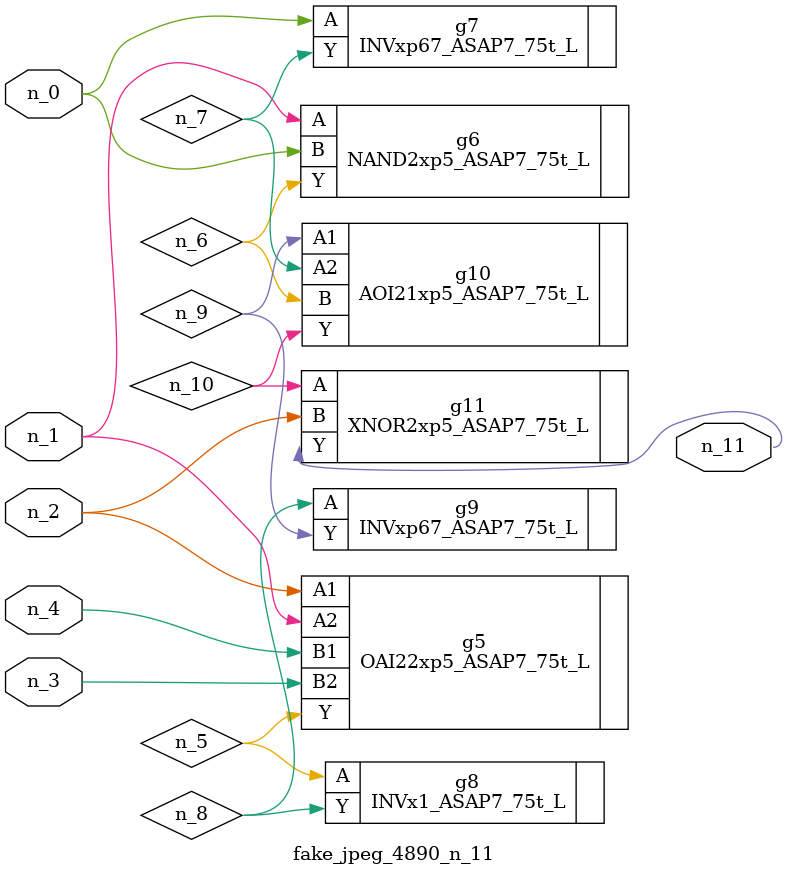
<source format=v>
module fake_jpeg_4890_n_11 (n_3, n_2, n_1, n_0, n_4, n_11);

input n_3;
input n_2;
input n_1;
input n_0;
input n_4;

output n_11;

wire n_10;
wire n_8;
wire n_9;
wire n_6;
wire n_5;
wire n_7;

OAI22xp5_ASAP7_75t_L g5 ( 
.A1(n_2),
.A2(n_1),
.B1(n_4),
.B2(n_3),
.Y(n_5)
);

NAND2xp5_ASAP7_75t_L g6 ( 
.A(n_1),
.B(n_0),
.Y(n_6)
);

INVxp67_ASAP7_75t_L g7 ( 
.A(n_0),
.Y(n_7)
);

INVx1_ASAP7_75t_L g8 ( 
.A(n_5),
.Y(n_8)
);

INVxp67_ASAP7_75t_L g9 ( 
.A(n_8),
.Y(n_9)
);

AOI21xp5_ASAP7_75t_L g10 ( 
.A1(n_9),
.A2(n_7),
.B(n_6),
.Y(n_10)
);

XNOR2xp5_ASAP7_75t_L g11 ( 
.A(n_10),
.B(n_2),
.Y(n_11)
);


endmodule
</source>
